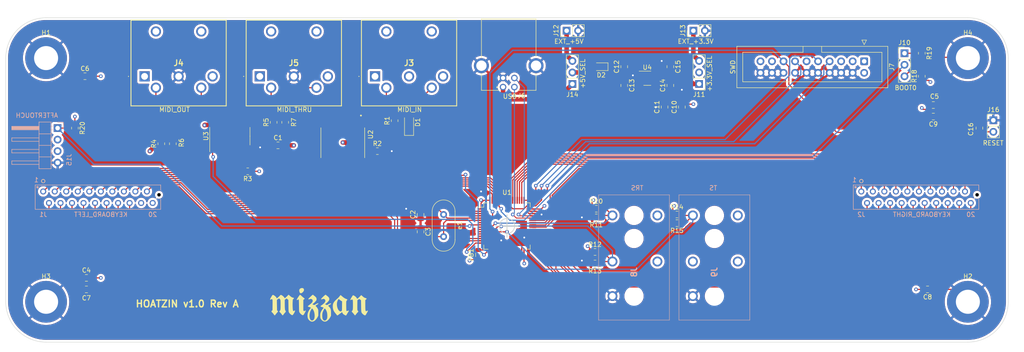
<source format=kicad_pcb>
(kicad_pcb (version 20211014) (generator pcbnew)
  (layers (0 "F.Cu" signal) (1 "In1.Cu" power) (2 "In2.Cu" power) (31 "B.Cu" signal) (34 "B.Paste" user) (35 "F.Paste" user) (36 "B.SilkS" user "B.Silkscreen") (37 "F.SilkS" user "F.Silkscreen") (38 "B.Mask" user) (39 "F.Mask" user) (44 "Edge.Cuts" user))
  (net 0 "")
  (net 3 "K_R_T7")
  (net 4 "K_R_T6")
  (net 5 "K_R_T5")
  (net 6 "K_R_T4")
  (net 7 "K_R_T3")
  (net 8 "K_R_T2")
  (net 9 "K_R_T1")
  (net 10 "K_R_T0")
  (net 11 "K_R_MK5")
  (net 12 "K_R_MK8")
  (net 13 "K_R_MK7")
  (net 14 "K_R_MK6")
  (net 15 "K_R_MK10")
  (net 16 "K_R_MK9")
  (net 17 "K_R_BR5")
  (net 18 "K_R_BR6")
  (net 19 "K_R_BR7")
  (net 20 "K_R_BR8")
  (net 21 "K_R_BR10")
  (net 22 "K_R_BR9")
  (net 23 "K_L_MK0")
  (net 24 "K_L_T0")
  (net 25 "K_L_BR0")
  (net 26 "K_L_T1")
  (net 27 "K_L_MK1")
  (net 28 "K_L_T2")
  (net 29 "K_L_BR1")
  (net 30 "K_L_T3")
  (net 31 "K_L_T4")
  (net 32 "K_L_BR2")
  (net 33 "K_L_T5")
  (net 34 "K_L_MK3")
  (net 35 "K_L_T6")
  (net 36 "K_L_BR3")
  (net 37 "K_L_T7")
  (net 38 "K_L_MK4")
  (net 39 "K_L_BR4")
  (net 40 "K_L_MK2")
  (net 41 "GND")
  (net 42 "+5V")
  (net 43 "Net-(D1-Pad1)")
  (net 44 "Net-(D1-Pad2)")
  (net 48 "Net-(J3-Pad4)")
  (net 51 "Net-(J4-Pad4)")
  (net 52 "Net-(J4-Pad5)")
  (net 55 "Net-(J5-Pad4)")
  (net 56 "Net-(J5-Pad5)")
  (net 57 "USB_VBUS")
  (net 60 "JTMS_SWDIO")
  (net 61 "JTCK_SWCLK")
  (net 63 "JTDO_SWO")
  (net 64 "NRST")
  (net 67 "TRS1_R")
  (net 68 "TRS1_T")
  (net 71 "TRS2_T")
  (net 74 "Net-(R2-Pad1)")
  (net 75 "+3V3")
  (net 76 "MIDI_UART_RX")
  (net 77 "Net-(R6-Pad1)")
  (net 78 "Net-(R7-Pad1)")
  (net 79 "USB_OTG_FS_D+")
  (net 80 "USB_OTG_FS_D-")
  (net 83 "MIDI_UART_TX")
  (net 84 "Net-(U3-Pad2)")
  (net 85 "Net-(U3-Pad6)")
  (net 90 "Net-(C2-Pad2)")
  (net 91 "Net-(C3-Pad2)")
  (net 92 "Net-(C12-Pad2)")
  (net 93 "Net-(C14-Pad2)")
  (net 94 "3.3V_REG")
  (net 95 "Net-(FB1-Pad2)")
  (net 97 "Net-(J10-Pad1)")
  (net 98 "BOOT0")
  (net 99 "Net-(J10-Pad3)")
  (net 100 "3.3V_EXT")
  (net 101 "5V_EXT")
  (net 102 "Aftertouch")
  (footprint "Capacitor_SMD:C_0805_2012Metric" (layer "F.Cu") (at 236.22 72.39 180)
    (fp_text reference "C9")
    (fp_text value "100nF")
  )
  (footprint "Connector_PinHeader_2.54mm:PinHeader_1x03_P2.54mm_Vertical" (layer "F.Cu") (at 184.597 65.197 180)
    (fp_text reference "J11")
    (fp_text value "Conn_01x03_Male")
  )
  (footprint "Resistor_SMD:R_0805_2012Metric" (layer "F.Cu") (at 179.705 95.885 180)
    (fp_text reference "R15")
    (fp_text value "1000")
  )
  (footprint "Resistor_SMD:R_0805_2012Metric" (layer "F.Cu") (at 113.665 80.01)
    (fp_text reference "R2")
    (fp_text value "1800")
  )
  (footprint "Capacitor_SMD:C_0805_2012Metric" (layer "F.Cu") (at 178.247 61.402 -90)
    (fp_text reference "C15")
    (fp_text value "1uF")
  )
  (footprint "Resistor_SMD:R_0805_2012Metric" (layer "F.Cu") (at 68.58 78.3825 90)
    (fp_text reference "R6")
    (fp_text value "220")
  )
  (footprint "Capacitor_SMD:C_0805_2012Metric" (layer "F.Cu") (at 234.95 110.49 180)
    (fp_text reference "C8")
    (fp_text value "100nF")
  )
  (footprint "MountingHole:MountingHole_5.3mm_M5_DIN965_Pad" (layer "F.Cu") (at 40.64 113.22)
    (fp_text reference "H3")
    (fp_text value "MountingHole_Pad")
  )
  (footprint "Connector_IDC:IDC-Header_2x10_P2.54mm_Vertical" (layer "F.Cu") (at 220.98 60.2075 -90)
    (fp_text reference "J7")
    (fp_text value "0702462004")
  )
  (footprint "Capacitor_SMD:C_0805_2012Metric" (layer "F.Cu") (at 176.977 70.292 90)
    (fp_text reference "C11")
    (fp_text value "10uF")
  )
  (footprint "footprints:mizzan_logo" (layer "F.Cu") (at 100.7872 114.8588)
    (fp_text reference "G***")
    (fp_text value "LOGO" hide)
  )
  (footprint "Crystal:Crystal_HC49-U_Vertical" (layer "F.Cu") (at 128.27 93.979998 -90)
    (fp_text reference "e1")
    (fp_text value "9B-16.000MAAE-B")
  )
  (footprint "Capacitor_SMD:C_0805_2012Metric" (layer "F.Cu") (at 168.087 61.402 90)
    (fp_text reference "C12")
    (fp_text value "1uF_X5R")
  )
  (footprint "Capacitor_SMD:C_0805_2012Metric" (layer "F.Cu") (at 168.087 65.532 -90)
    (fp_text reference "C13")
    (fp_text value "100nF")
  )
  (footprint "footprints:6710501" (layer "F.Cu") (at 62.35 63.529 180)
    (fp_text reference "J4")
    (fp_text value "671-0501" hide)
  )
  (footprint "Capacitor_SMD:C_0805_2012Metric" (layer "F.Cu") (at 180.787 70.292 90)
    (fp_text reference "C10")
    (fp_text value "1uF")
  )
  (footprint "Resistor_SMD:R_0805_2012Metric" (layer "F.Cu") (at 90.805 73.66 90)
    (fp_text reference "R5")
    (fp_text value "220")
  )
  (footprint "Connector_PinHeader_2.54mm:PinHeader_1x02_P2.54mm_Vertical" (layer "F.Cu") (at 249.45 73.21)
    (fp_text reference "J16")
    (fp_text value "Conn_01x02_Male")
  )
  (footprint "Diode_SMD:D_SOD-323" (layer "F.Cu") (at 163.007 61.402 180)
    (fp_text reference "D2")
    (fp_text value "BAT60AE6327H")
  )
  (footprint "Resistor_SMD:R_0805_2012Metric" (layer "F.Cu") (at 233.68 63.5 90)
    (fp_text reference "R18")
    (fp_text value "10K")
  )
  (footprint "MountingHole:MountingHole_5.3mm_M5_DIN965_Pad" (layer "F.Cu") (at 40.64 59.5)
    (fp_text reference "H1")
    (fp_text value "MountingHole_Pad")
  )
  (footprint "Package_QFP:LQFP-64_10x10mm_P0.5mm" (layer "F.Cu") (at 142.24 96.52)
    (fp_text reference "U1")
    (fp_text value "STM32L476RGT6")
  )
  (footprint "Connector_PinHeader_2.54mm:PinHeader_1x03_P2.54mm_Vertical" (layer "F.Cu") (at 229.87 58.435)
    (fp_text reference "J10")
    (fp_text value "Conn_01x03_Male")
  )
  (footprint "Package_TO_SOT_SMD:SOT-23-5" (layer "F.Cu") (at 173.167 63.942)
    (fp_text reference "U4")
    (fp_text value "LD3985M33R_SOT23")
  )
  (footprint "Capacitor_SMD:C_0805_2012Metric" (layer "F.Cu") (at 246.38 74.93 -90)
    (fp_text reference "C16")
    (fp_text value "100nF")
  )
  (footprint "MountingHole:MountingHole_5.3mm_M5_DIN965_Pad" (layer "F.Cu") (at 243.84 113.22)
    (fp_text reference "H2")
    (fp_text value "MountingHole_Pad")
  )
  (footprint "Connector_PinHeader_2.54mm:PinHeader_1x03_P2.54mm_Vertical" (layer "F.Cu") (at 156.657 65.212 180)
    (fp_text reference "J14")
    (fp_text value "Conn_01x03_Male")
  )
  (footprint "Diode_SMD:D_SOD-123" (layer "F.Cu") (at 120.65 74.295 90)
    (fp_text reference "D1")
    (fp_text value "1N4148W")
  )
  (footprint "Connector_PinHeader_2.54mm:PinHeader_1x02_P2.54mm_Vertical" (layer "F.Cu") (at 183.327 53.462 90)
    (fp_text reference "J13")
    (fp_text value "Conn_01x02_Male")
  )
  (footprint "Resistor_SMD:R_0805_2012Metric" (layer "F.Cu") (at 93.345 73.66 90)
    (fp_text reference "R7")
    (fp_text value "220")
  )
  (footprint "Resistor_SMD:R_0805_2012Metric" (layer "F.Cu") (at 85.09 84.455 180)
    (fp_text reference "R3")
    (fp_text value "470")
  )
  (footprint "Capacitor_SMD:C_0805_2012Metric" (layer "F.Cu") (at 236.22 69.85 180)
    (fp_text reference "C5")
    (fp_text value "10nF")
  )
  (footprint "Resistor_SMD:R_0805_2012Metric" (layer "F.Cu") (at 161.6475 104.775 180)
    (fp_text reference "R13")
    (fp_text value "1000")
  )
  (footprint "Resistor_SMD:R_0805_2012Metric" (layer "F.Cu") (at 117.475 73.3025 90)
    (fp_text reference "R1")
    (fp_text value "220")
  )
  (footprint "Capacitor_SMD:C_0805_2012Metric" (layer "F.Cu") (at 49.53 110.49)
    (fp_text reference "C7")
    (fp_text value "100nF")
  )
  (footprint "Resistor_SMD:R_0805_2012Metric" (layer "F.Cu") (at 161.925 92.71)
    (fp_text reference "R10")
    (fp_text value "1000")
  )
  (footprint "MountingHole:MountingHole_5.3mm_M5_DIN965_Pad" (layer "F.Cu") (at 243.84 59.5)
    (fp_text reference "H4")
    (fp_text value "MountingHole_Pad")
  )
  (footprint "Resistor_SMD:R_0805_2012Metric" (layer "F.Cu") (at 161.925 94.615 180)
    (fp_text reference "R11")
    (fp_text value "1000")
  )
  (footprint "Capacitor_SMD:C_0805_2012Metric" (layer "F.Cu") (at 178.247 65.532 90)
    (fp_text reference "C14")
    (fp_text value "10nF_X7R")
  )
  (footprint "Resistor_SMD:R_0805_2012Metric" (layer "F.Cu") (at 233.68 58.42 -90)
    (fp_text reference "R19")
    (fp_text value "10K")
  )
  (footprint "Inductor_SMD:L_0805_2012Metric" (layer "F.Cu") (at 135.89 102.87 90)
    (fp_text reference "FB1")
    (fp_text value "GZ2012D601TF")
  )
  (footprint "Resistor_SMD:R_0805_2012Metric" (layer "F.Cu") (at 161.6475 102.235)
    (fp_text reference "R12")
    (fp_text value "1000")
  )
  (footprint "Resistor_SMD:R_0805_2012Metric" (layer "F.Cu") (at 66.04 78.3825 90)
    (fp_text reference "R4")
    (fp_text value "220")
  )
  (footprint "Capacitor_SMD:C_0805_2012Metric" (layer "F.Cu") (at 49.53 107.95)
    (fp_text reference "C4")
    (fp_text value "10nF")
  )
  (footprint "Package_SO:SOIC-14_3.9x8.7mm_P1.27mm" (layer "F.Cu") (at 81.153 76.708 90)
    (fp_text reference "U3")
    (fp_text value "SN74LS14D")
  )
  (footprint "footprints:6710501" (layer "F.Cu") (at 113.15 63.529 180)
    (fp_text reference "J3")
    (fp_text value "671-0501" hide)
  )
  (footprint "Connector_PinHeader_2.54mm:PinHeader_1x02_P2.54mm_Vertical" (layer "F.Cu") (at 155.387 53.462 90)
    (fp_text reference "J12")
    (fp_text value "Conn_01x02_Male")
  )
  (footprint "Resistor_SMD:R_0805_2012Metric" (layer "F.Cu") (at 179.705 93.98)
    (fp_text reference "R14")
    (fp_text value "1000")
  )
  (footprint "Capacitor_SMD:C_0805_2012Metric" (layer "F.Cu") (at 123.189998 93.98 90)
    (fp_text reference "C2")
    (fp_text value "20pF")
  )
  (footprint "Capacitor_SMD:C_0805_2012Metric" (layer "F.Cu") (at 49.21 63.5)
    (fp_text reference "C6")
    (fp_text value "100nF")
  )
  (footprint "Capacitor_SMD:C_0805_2012Metric" (layer "F.Cu") (at 123.189998 97.79 -90)
    (fp_text reference "C3")
    (fp_text value "20pF")
  )
  (footprint "footprints:6N139SDM" (layer "F.Cu") (at 106.045 78.165 -90)
    (fp_text reference "U2")
    (fp_text value "6N139")
  )
  (footprint "Capacitor_SMD:C_0805_2012Metric" (layer "F.Cu") (at 91.76 78.74)
    (fp_text reference "C1")
    (fp_text value "1uF")
  )
  (footprint "footprints:TE_292304-1" (layer "F.Cu") (at 142.621 61.176 180)
    (fp_text reference "J6")
    (fp_text value "292304-1")
  )
  (footprint "footprints:6710501" (layer "F.Cu") (at 87.75 63.529 180)
    (fp_text reference "J5")
    (fp_text value "671-0501" hide)
  )
  (footprint "Resistor_SMD:R_0805_2012Metric" (layer "F.Cu") (at 46.99 74.93 -90)
    (fp_text reference "R20")
    (fp_text value "1000")
  )
  (footprint "footprints:2-215079-0" (layer "B.Cu") (at 220.345 88.9)
    (fp_text reference "J2")
    (fp_text value "CONN_2-215079-0_TYC")
  )
  (footprint "footprints:SN37A14B" (layer "B.Cu") (at 187.96 111.963 -90)
    (fp_text reference "J9")
    (fp_text value "SN37A14B" hide)
  )
  (footprint "footprints:SN37A14B" (layer "B.Cu") (at 170.24 111.963 -90)
    (fp_text reference "J8")
    (fp_text value "SN37A14B" hide)
  )
  (footprint "Connector_PinHeader_2.54mm:PinHeader_1x04_P2.54mm_Horizontal" (layer "B.Cu") (at 43.18 74.93 180)
    (fp_text reference "J15")
    (fp_text value "Conn_01x04_Male")
  )
  (footprint "footprints:2-215079-0" (layer "B.Cu") (at 40.005 88.9)
    (fp_text reference "J1")
    (fp_text value "CONN_2-215079-0_TYC")
  )
  (gr_arc (start 243.84 50.61) (mid 250.126179 53.213821) (end 252.73 59.5) (layer "Edge.Cuts") (width 0.1))
  (gr_arc (start 252.73 113.22) (mid 250.126179 119.506179) (end 243.84 122.11) (layer "Edge.Cuts") (width 0.1))
  (gr_line (start 243.84 50.61) (end 40.64 50.61) (layer "Edge.Cuts") (width 0.1))
  (gr_arc (start 31.75 59.5) (mid 34.353821 53.213821) (end 40.64 50.61) (layer "Edge.Cuts") (width 0.1))
  (gr_line (start 243.84 122.11) (end 40.64 122.11) (layer "Edge.Cuts") (width 0.1))
  (gr_line (start 31.75 113.22) (end 31.75 59.5) (layer "Edge.Cuts") (width 0.1))
  (gr_arc (start 40.64 122.11) (mid 34.353821 119.506179) (end 31.75 113.22) (layer "Edge.Cuts") (width 0.1))
  (gr_line (start 252.73 59.5) (end 252.73 113.22) (layer "Edge.Cuts") (width 0.1))
  (gr_text "KEYBOARD_LEFT" (at 52.705 93.98) (layer "B.SilkS") (effects (font (size 1 1)) (justify mirror)))
  (gr_text "TRS" (at 170.942 88.138) (layer "B.SilkS") (effects (font (size 1 1)) (justify mirror)))
  (gr_text "AFTERTOUCH" (at 38.608 72.136) (layer "B.SilkS") (effects (font (size 1 1)) (justify mirror)))
  (gr_text "KEYBOARD_RIGHT" (at 233.68 93.98) (layer "B.SilkS") (effects (font (size 1 1)) (justify mirror)))
  (gr_text "TS" (at 187.706 88.138) (layer "B.SilkS") (effects (font (size 1 1)) (justify mirror)))
  (gr_text "EXT_+3.3V" (at 183.835 55.814) (layer "F.SilkS") (effects (font (size 1 1))))
  (gr_text "MIDI_OUT" (at 68.954 70.866) (layer "F.SilkS") (effects (font (size 1 1))))
  (gr_text "+3.3V_SEL" (at 186.883 62.926 90) (layer "F.SilkS") (effects (font (size 1 1))))
  (gr_text "MIDI_THRU" (at 95.37 70.866) (layer "F.SilkS") (effects (font (size 1 1))))
  (gr_text "MIDI_IN" (at 120.77 70.866) (layer "F.SilkS") (effects (font (size 1 1))))
  (gr_text "BOOT0" (at 230.124 66.04) (layer "F.SilkS") (effects (font (size 1 1))))
  (gr_text "+5V_SEL" (at 158.943 62.926 90) (layer "F.SilkS") (effects (font (size 1 1))))
  (gr_text "HOATZIN v1.0 Rev A" (at 71.755 113.665) (layer "F.SilkS") (effects (font (size 1.5 1.5) (thickness 0.3))))
  (gr_text "RESET" (at 249.428 78.232) (layer "F.SilkS") (effects (font (size 1 1))))
  (gr_text "SWD" (at 192.024 61.468 90) (layer "F.SilkS") (effects (font (size 1 1))))
  (gr_text "USB" (at 142.875 67.945) (layer "F.SilkS") (effects (font (size 1 1))))
  (gr_text "EXT_+5V" (at 155.895 55.814) (layer "F.SilkS") (effects (font (size 1 1))))
  (target plus (at 142.24 96.52) (size 5) (width 0.1) (layer "Edge.Cuts"))
  (target plus (at 142.24 96.52) (size 5) (width 0.1) (layer "Edge.Cuts"))
  (target plus (at 142.24 96.52) (size 5) (width 0.1) (layer "Edge.Cuts"))
  (segment (start 216.162604 114.67096) (end 230.767606 100.06596) (width 0.25) (layer "F.Cu") (net 3))
  (segment (start 152.772396 114.67096) (end 216.162604 114.67096) (width 0.25) (layer "F.Cu") (net 3))
  (segment (start 230.767606 100.06596) (end 235.84904 100.06596) (width 0.25) (layer "F.Cu") (net 3))
  (segment (start 239.395 96.52) (end 239.395 91.44) (width 0.25) (layer "F.Cu") (net 3))
  (segment (start 144.99 106.888564) (end 152.772396 114.67096) (width 0.25) (layer "F.Cu") (net 3))
  (segment (start 144.99 102.195) (end 144.99 106.888564) (width 0.25) (layer "F.Cu") (net 3))
  (segment (start 235.84904 100.06596) (end 239.395 96.52) (width 0.25) (layer "F.Cu") (net 3))
  (segment (start 162.56 111.76) (end 164.357121 109.962879) (width 0.25) (layer "F.Cu") (net 4))
  (segment (start 230.581409 99.61644) (end 233.68 99.61644) (width 0.25) (layer "F.Cu") (net 4))
  (segment (start 236.855 96.44144) (end 236.855 91.44) (width 0.25) (layer "F.Cu") (net 4))
  (segment (start 220.234968 109.962879) (end 230.581409 99.61644) (width 0.25) (layer "F.Cu") (net 4))
  (segment (start 164.357121 109.962879) (end 220.234968 109.962879) (width 0.25) (layer "F.Cu") (net 4))
  (segment (start 157.48 111.76) (end 162.56 111.76) (width 0.25) (layer "F.Cu") (net 4))
  (segment (start 233.68 99.61644) (end 236.855 96.44144) (width 0.25) (layer "F.Cu") (net 4))
  (segment (start 147.915 102.195) (end 157.48 111.76) (width 0.25) (layer "F.Cu") (net 4))
  (segment (start 147.915 100.27) (end 147.915 102.195) (width 0.25) (layer "F.Cu") (net 4))
  (segment (start 149.3 99.77) (end 151.130359 101.600359) (width 0.25) (layer "F.Cu") (net 5))
  (segment (start 162.373802 111.31048) (end 164.170924 109.513359) (width 0.25) (layer "F.Cu") (net 5))
  (segment (start 157.666198 111.31048) (end 162.373802 111.31048) (width 0.25) (layer "F.Cu") (net 5))
  (segment (start 234.315 97.155) (end 234.315 91.44) (width 0.25) (layer "F.Cu") (net 5))
  (segment (start 220.04877 109.513359) (end 230.502129 99.06) (width 0.25) (layer "F.Cu") (net 5))
  (segment (start 164.170924 109.513359) (end 220.04877 109.513359) (width 0.25) (layer "F.Cu") (net 5))
  (segment (start 232.41 99.06) (end 234.315 97.155) (width 0.25) (layer "F.Cu") (net 5))
  (segment (start 147.915 99.77) (end 149.3 99.77) (width 0.25) (layer "F.Cu") (net 5))
  (segment (start 151.130359 101.600359) (end 151.130359 104.774641) (width 0.25) (layer "F.Cu") (net 5))
  (segment (start 151.130359 104.774641) (end 157.666198 111.31048) (width 0.25) (layer "F.Cu") (net 5))
  (segment (start 230.502129 99.06) (end 232.41 99.06) (width 0.25) (layer "F.Cu") (net 5))
  (segment (start 157.852396 110.86096) (end 162.187604 110.86096) (width 0.25) (layer "F.Cu") (net 6))
  (segment (start 153.035 106.043564) (end 157.852396 110.86096) (width 0.25) (layer "F.Cu") (net 6))
  (segment (start 153.035 101.6) (end 153.035 106.043564) (width 0.25) (layer "F.Cu") (net 6))
  (segment (start 162.187604 110.86096) (end 163.984726 109.063839) (width 0.25) (layer "F.Cu") (net 6))
  (segment (start 219.862572 109.063839) (end 231.775 97.151411) (width 0.25) (layer "F.Cu") (net 6))
  (segment (start 147.915 99.27) (end 150.705 99.27) (width 0.25) (layer "F.Cu") (net 6))
  (segment (start 163.984726 109.063839) (end 219.862572 109.063839) (width 0.25) (layer "F.Cu") (net 6))
  (segment (start 150.705 99.27) (end 153.035 101.6) (width 0.25) (layer "F.Cu") (net 6))
  (segment (start 231.775 97.151411) (end 231.775 91.44) (width 0.25) (layer "F.Cu") (net 6))
  (segment (start 219.075 108.585) (end 229.235 98.425) (width 0.25) (layer "F.Cu") (net 7))
  (segment (start 150.840718 98.77) (end 153.48452 101.413803) (width 0.25) (layer "F.Cu") (net 7))
  (segment (start 147.915 98.77) (end 150.840718 98.77) (width 0.25) (layer "F.Cu") (net 7))
  (segment (start 157.29452 108.585) (end 219.075 108.585) (width 0.25) (layer "F.Cu") (net 7))
  (segment (start 153.48452 104.775) (end 157.29452 108.585) (width 0.25) (layer "F.Cu") (net 7))
  (segment (start 153.48452 101.413803) (end 153.48452 104.775) (width 0.25) (layer "F.Cu") (net 7))
  (segment (start 229.235 98.425) (end 229.235 91.44) (width 0.25) (layer "F.Cu") (net 7))
  (segment (start 218.888802 108.13548) (end 157.480718 108.13548) (width 0.25) (layer "F.Cu") (net 8))
  (segment (start 154.530119 101.823685) (end 150.976436 98.27) (width 0.25) (layer "F.Cu") (net 8))
  (segment (start 226.695 100.329282) (end 218.888802 108.13548) (width 0.25) (layer "F.Cu") (net 8))
  (segment (start 157.480718 108.13548) (end 154.530119 105.184881) (width 0.25) (layer "F.Cu") (net 8))
  (segment (start 154.530119 105.184881) (end 154.530119 101.823685) (width 0.25) (layer "F.Cu") (net 8))
  (segment (start 226.695 91.44) (end 226.695 100.329282) (width 0.25) (layer "F.Cu") (net 8))
  (segment (start 150.976436 98.27) (end 147.915 98.27) (width 0.25) (layer "F.Cu") (net 8))
  (segment (start 151.112153 97.77) (end 155.575 102.232848) (width 0.25) (layer "F.Cu") (net 9))
  (segment (start 147.915 97.77) (end 151.112153 97.77) (width 0.25) (layer "F.Cu") (net 9))
  (segment (start 155.575 105.41) (end 157.85096 107.68596) (width 0.25) (layer "F.Cu") (net 9))
  (segment (start 218.702604 107.68596) (end 224.155 102.233564) (width 0.25) (layer "F.Cu") (net 9))
  (segment (start 155.575 102.232848) (end 155.575 105.41) (width 0.25) (layer "F.Cu") (net 9))
  (segment (start 224.155 102.233564) (end 224.155 91.44) (width 0.25) (layer "F.Cu") (net 9))
  (segment (start 157.85096 107.68596) (end 218.702604 107.68596) (width 0.25) (layer "F.Cu") (net 9))
  (segment (start 151.88 97.27) (end 147.915 97.27) (width 0.25) (layer "F.Cu") (net 10))
  (segment (start 158.75 107.23644) (end 156.21 104.69644) (width 0.25) (layer "F.Cu") (net 10))
  (segment (start 156.21 104.69644) (end 156.21 101.6) (width 0.25) (layer "F.Cu") (net 10))
  (segment (start 221.615 104.137846) (end 218.516406 107.23644) (width 0.25) (layer "F.Cu") (net 10))
  (segment (start 156.21 101.6) (end 151.88 97.27) (width 0.25) (layer "F.Cu") (net 10))
  (segment (start 218.516406 107.23644) (end 158.75 107.23644) (width 0.25) (layer "F.Cu") (net 10))
  (segment (start 221.615 91.44) (end 221.615 104.137846) (width 0.25) (layer "F.Cu") (net 10))
  (segment (start 220.345 85.725) (end 220.345 88.9) (width 0.25) (layer "F.Cu") (net 11))
  (segment (start 219.339399 84.719399) (end 220.345 85.725) (width 0.25) (layer "F.Cu") (net 11))
  (segment (start 150.882153 96.77) (end 153.11356 94.538593) (width 0.25) (layer "F.Cu") (net 11))
  (segment (start 153.11356 94.538593) (end 153.11356 90.093594) (width 0.25) (layer "F.Cu") (net 11))
  (segment (start 158.487755 84.719399) (end 219.339399 84.719399) (width 0.25) (layer "F.Cu") (net 11))
  (segment (start 147.915 96.77) (end 150.882153 96.77) (width 0.25) (layer "F.Cu") (net 11))
  (segment (start 153.11356 90.093594) (end 158.487755 84.719399) (width 0.25) (layer "F.Cu") (net 11))
  (segment (start 235.585 83.82) (end 235.585 88.9) (width 0.25) (layer "F.Cu") (net 12))
  (segment (start 144.49 86.652154) (end 149.148594 81.99356) (width 0.25) (layer "F.Cu") (net 12))
  (segment (start 233.75856 81.99356) (end 235.585 83.82) (width 0.25) (layer "F.Cu") (net 12))
  (segment (start 149.148594 81.99356) (end 233.75856 81.99356) (width 0.25) (layer "F.Cu") (net 12))
  (segment (start 144.49 90.845) (end 144.49 86.652154) (width 0.25) (layer "F.Cu") (net 12))
  (segment (start 145.49 86.92359) (end 149.52099 82.8926) (width 0.25) (layer "F.Cu") (net 13))
  (segment (start 149.52099 82.8926) (end 228.9426 82.8926) (width 0.25) (layer "F.Cu") (net 13))
  (segment (start 228.9426 82.8926) (end 230.505 84.455) (width 0.25) (layer "F.Cu") (net 13))
  (segment (start 230.505 84.455) (end 230.505 88.9) (width 0.25) (layer "F.Cu") (net 13))
  (segment (start 145.49 90.845) (end 145.49 86.92359) (width 0.25) (layer "F.Cu") (net 13))
  (segment (start 152.21452 89.721198) (end 158.115359 83.820359) (width 0.25) (layer "F.Cu") (net 14))
  (segment (start 147.915 95.77) (end 150.610717 95.77) (width 0.25) (layer "F.Cu") (net 14))
  (segment (start 150.610717 95.77) (end 152.21452 94.166197) (width 0.25) (layer "F.Cu") (net 14))
  (segment (start 158.115359 83.820359) (end 223.520359 83.820359) (width 0.25) (layer "F.Cu") (net 14))
  (segment (start 225.425 85.725) (end 225.425 88.9) (width 0.25) (layer "F.Cu") (net 14))
  (segment (start 223.520359 83.820359) (end 225.425 85.725) (width 0.25) (layer "F.Cu") (net 14))
  (segment (start 152.21452 94.166197) (end 152.21452 89.721198) (width 0.25) (layer "F.Cu") (net 14))
  (segment (start 216.535 115.57) (end 231.14 100.965) (width 0.25) (layer "F.Cu") (net 15))
  (segment (start 152.4 115.57) (end 216.535 115.57) (width 0.25) (layer "F.Cu") (net 15))
  (segment (start 244.475 97.79) (end 244.475 91.44) (width 0.25) (layer "F.Cu") (net 15))
  (segment (start 241.3 100.965) (end 244.475 97.79) (width 0.25) (layer "F.Cu") (net 15))
  (segment (start 143.99 107.16) (end 152.4 115.57) (width 0.25) (layer "F.Cu") (net 15))
  (segment (start 143.99 102.195) (end 143.99 107.16) (width 0.25) (layer "F.Cu") (net 15))
  (segment (start 231.14 100.965) (end 241.3 100.965) (width 0.25) (layer "F.Cu") (net 15))
  (segment (start 240.665 88.9) (end 240.665 82.550718) (width 0.25) (layer "F.Cu") (net 16))
  (segment (start 148.776198 81.09452) (end 143.51 86.360718) (width 0.25) (layer "F.Cu") (net 16))
  (segment (start 239.208802 81.09452) (end 148.776198 81.09452) (width 0.25) (layer "F.Cu") (net 16))
  (segment (start 143.51 86.360718) (end 143.51 90.825) (width 0.25) (layer "F.Cu") (net 16))
  (segment (start 143.51 90.825) (end 143.49 90.845) (width 0.25) (layer "F.Cu") (net 16))
  (segment (start 240.665 82.550718) (end 239.208802 81.09452) (width 0.25) (layer "F.Cu") (net 16))
  (segment (start 221.429879 84.269879) (end 158.301557 84.269879) (width 0.25) (layer "F.Cu") (net 17))
  (segment (start 150.720955 96.29548) (end 147.94048 96.29548) (width 0.25) (layer "F.Cu") (net 17))
  (segment (start 222.885 88.9) (end 222.885 85.725) (width 0.25) (layer "F.Cu") (net 17))
  (segment (start 147.94048 96.29548) (end 147.915 96.27) (width 0.25) (layer "F.Cu") (net 17))
  (segment (start 152.66404 89.907396) (end 152.66404 94.352395) (width 0.25) (layer "F.Cu") (net 17))
  (segment (start 152.66404 94.352395) (end 150.720955 96.29548) (width 0.25) (layer "F.Cu") (net 17))
  (segment (start 222.885 85.725) (end 221.429879 84.269879) (width 0.25) (layer "F.Cu") (net 17))
  (segment (start 158.301557 84.269879) (end 152.66404 89.907396) (width 0.25) (layer "F.Cu") (net 17))
  (segment (start 227.965 88.9) (end 227.965 84.455) (width 0.25) (layer "F.Cu") (net 18))
  (segment (start 151.765 93.98) (end 150.475 95.27) (width 0.25) (layer "F.Cu") (net 18))
  (segment (start 157.95788 83.34212) (end 151.765 89.535) (width 0.25) (layer "F.Cu") (net 18))
  (segment (start 151.765 89.535) (end 151.765 93.98) (width 0.25) (layer "F.Cu") (net 18))
  (segment (start 227.965 84.455) (end 226.85212 83.34212) (width 0.25) (layer "F.Cu") (net 18))
  (segment (start 226.85212 83.34212) (end 157.95788 83.34212) (width 0.25) (layer "F.Cu") (net 18))
  (segment (start 150.475 95.27) (end 147.915 95.27) (width 0.25) (layer "F.Cu") (net 18))
  (segment (start 149.334792 82.44308) (end 144.99 86.787872) (width 0.25) (layer "F.Cu") (net 19))
  (segment (start 231.03308 82.44308) (end 149.334792 82.44308) (width 0.25) (layer "F.Cu") (net 19))
  (segment (start 144.99 86.787872) (end 144.99 90.845) (width 0.25) (layer "F.Cu") (net 19))
  (segment (start 233.045 88.9) (end 233.045 84.455) (width 0.25) (layer "F.Cu") (net 19))
  (segment (start 233.045 84.455) (end 231.03308 82.44308) (width 0.25) (layer "F.Cu") (net 19))
  (segment (start 143.99 86.516436) (end 143.99 90.845) (width 0.25) (layer "F.Cu") (net 20))
  (segment (start 237.11904 81.54404) (end 148.962396 81.54404) (width 0.25) (layer "F.Cu") (net 20))
  (segment (start 238.125 82.55) (end 237.11904 81.54404) (width 0.25) (layer "F.Cu") (net 20))
  (segment (start 148.962396 81.54404) (end 143.99 86.516436) (width 0.25) (layer "F.Cu") (net 20))
  (segment (start 238.125 88.9) (end 238.125 82.55) (width 0.25) (layer "F.Cu") (net 20))
  (segment (start 216.348802 115.12048) (end 152.586198 115.12048) (width 0.25) (layer "F.Cu") (net 21))
  (segment (start 144.49 107.024282) (end 144.49 102.195) (width 0.25) (layer "F.Cu") (net 21))
  (segment (start 241.935 99.694282) (end 241.113802 100.51548) (width 0.25) (layer "F.Cu") (net 21))
  (segment (start 241.935 91.44) (end 241.935 99.694282) (width 0.25) (layer "F.Cu") (net 21))
  (segment (start 216.348802 115.12048) (end 230.953803 100.51548) (width 0.25) (layer "F.Cu") (net 21))
  (segment (start 241.113802 100.51548) (end 230.953803 100.51548) (width 0.25) (layer "F.Cu") (net 21))
  (segment (start 152.586198 115.12048) (end 144.49 107.024282) (width 0.25) (layer "F.Cu") (net 21))
  (segment (start 142.49 86.745) (end 148.59 80.645) (width 0.25) (layer "F.Cu") (net 22))
  (segment (start 243.205 84.455) (end 243.205 88.9) (width 0.25) (layer "F.Cu") (net 22))
  (segment (start 239.395 80.645) (end 243.205 84.455) (width 0.25) (layer "F.Cu") (net 22))
  (segment (start 142.49 90.845) (end 142.49 86.745) (width 0.25) (layer "F.Cu") (net 22))
  (segment (start 148.59 80.645) (end 239.395 80.645) (width 0.25) (layer "F.Cu") (net 22))
  (segment (start 138.616198 85.91048) (end 141.99 89.284282) (width 0.25) (layer "F.Cu") (net 23))
  (segment (start 40.005 88.9) (end 45.085 83.82) (width 0.25) (layer "F.Cu") (net 23))
  (segment (start 119.193803 85.91048) (end 138.616198 85.91048) (width 0.25) (layer "F.Cu") (net 23))
  (segment (start 141.99 89.284282) (end 141.99 90.845) (width 0.25) (layer "F.Cu") (net 23))
  (segment (start 45.085 83.82) (end 71.755717 83.82) (width 0.25) (layer "F.Cu") (net 23))
  (segment (start 115.383802 89.72048) (end 119.193803 85.91048) (width 0.25) (layer "F.Cu") (net 23))
  (segment (start 71.755717 83.82) (end 77.656198 89.72048) (width 0.25) (layer "F.Cu") (net 23))
  (segment (start 77.656198 89.72048) (end 115.383802 89.72048) (width 0.25) (layer "F.Cu") (net 23))
  (segment (start 41.275 95.885) (end 41.275 91.44) (width 0.25) (layer "F.Cu") (net 24))
  (segment (start 45.085 99.695) (end 41.275 95.885) (width 0.25) (layer "F.Cu") (net 24))
  (segment (start 143.51 102.215) (end 143.51 106.68) (width 0.25) (layer "F.Cu") (net 24))
  (segment (start 49.53 99.695) (end 45.085 99.695) (width 0.25) (layer "F.Cu") (net 24))
  (segment (start 140.97 109.22) (end 59.055 109.22) (width 0.25) (layer "F.Cu") (net 24))
  (segment (start 143.49 102.195) (end 143.51 102.215) (width 0.25) (layer "F.Cu") (net 24))
  (segment (start 143.51 106.68) (end 140.97 109.22) (width 0.25) (layer "F.Cu") (net 24))
  (segment (start 59.055 109.22) (end 49.53 99.695) (width 0.25) (layer "F.Cu") (net 24))
  (segment (start 115.57 90.17) (end 119.38 86.36) (width 0.25) (layer "F.Cu") (net 25))
  (segment (start 119.38 86.36) (end 138.43 86.36) (width 0.25) (layer "F.Cu") (net 25))
  (segment (start 138.43 86.36) (end 141.49 89.42) (width 0.25) (layer "F.Cu") (net 25))
  (segment (start 77.47 90.17) (end 115.57 90.17) (width 0.25) (layer "F.Cu") (net 25))
  (segment (start 71.56952 84.26952) (end 77.47 90.17) (width 0.25) (layer "F.Cu") (net 25))
  (segment (start 42.545 88.9) (end 47.17548 84.26952) (width 0.25) (layer "F.Cu") (net 25))
  (segment (start 47.17548 84.26952) (end 71.56952 84.26952) (width 0.25) (layer "F.Cu") (net 25))
  (segment (start 141.49 89.42) (end 141.49 90.845) (width 0.25) (layer "F.Cu") (net 25))
  (segment (start 49.716197 99.24548) (end 59.241198 108.77048) (width 0.25) (layer "F.Cu") (net 26))
  (segment (start 43.815 97.789282) (end 45.271198 99.24548) (width 0.25) (layer "F.Cu") (net 26))
  (segment (start 142.99 106.564282) (end 142.99 102.195) (width 0.25) (layer "F.Cu") (net 26))
  (segment (start 43.815 91.44) (end 43.815 97.789282) (width 0.25) (layer "F.Cu") (net 26))
  (segment (start 59.241198 108.77048) (end 140.783802 108.77048) (width 0.25) (layer "F.Cu") (net 26))
  (segment (start 45.271198 99.24548) (end 49.716197 99.24548) (width 0.25) (layer "F.Cu") (net 26))
  (segment (start 140.783802 108.77048) (end 142.99 106.564282) (width 0.25) (layer "F.Cu") (net 26))
  (segment (start 49.26596 84.71904) (end 71.383322 84.71904) (width 0.25) (layer "F.Cu") (net 27))
  (segment (start 77.283803 90.61952) (end 115.756198 90.61952) (width 0.25) (layer "F.Cu") (net 27))
  (segment (start 140.97 89.535718) (end 140.97 90.825) (width 0.25) (layer "F.Cu") (net 27))
  (segment (start 119.566197 86.80952) (end 138.243802 86.80952) (width 0.25) (layer "F.Cu") (net 27))
  (segment (start 140.97 90.825) (end 140.99 90.845) (width 0.25) (layer "F.Cu") (net 27))
  (segment (start 115.756198 90.61952) (end 119.566197 86.80952) (width 0.25) (layer "F.Cu") (net 27))
  (segment (start 45.085 88.9) (end 49.26596 84.71904) (width 0.25) (layer "F.Cu") (net 27))
  (segment (start 71.383322 84.71904) (end 77.283803 90.61952) (width 0.25) (layer "F.Cu") (net 27))
  (segment (start 138.243802 86.80952) (end 140.97 89.535718) (width 0.25) (layer "F.Cu") (net 27))
  (segment (start 49.902395 98.79596) (end 47.625 98.79596) (width 0.25) (layer "F.Cu") (net 28))
  (segment (start 142.49 106.428564) (end 142.49 102.195) (width 0.25) (layer "F.Cu") (net 28))
  (segment (start 47.625 98.79596) (end 46.355 97.52596) (width 0.25) (layer "F.Cu") (net 28))
  (segment (start 59.427396 108.32096) (end 140.597604 108.32096) (width 0.25) (layer "F.Cu") (net 28))
  (segment (start 46.355 97.52596) (end 46.355 91.44) (width 0.25) (layer "F.Cu") (net 28))
  (segment (start 59.427396 108.32096) (end 49.902395 98.79596) (width 0.25) (layer "F.Cu") (net 28))
  (segment (start 140.597604 108.32096) (end 142.49 106.428564) (width 0.25) (layer "F.Cu") (net 28))
  (segment (start 139.99 90.845) (end 139.99 89.191436) (width 0.25) (layer "F.Cu") (net 29))
  (segment (start 138.057604 87.25904) (end 119.752395 87.25904) (width 0.25) (layer "F.Cu") (net 29))
  (segment (start 71.12 85.16856) (end 51.35644 85.16856) (width 0.25) (layer "F.Cu") (net 29))
  (segment (start 51.35644 85.16856) (end 47.625 88.9) (width 0.25) (layer "F.Cu") (net 29))
  (segment (start 119.752395 87.25904) (end 115.942395 91.06904) (width 0.25) (layer "F.Cu") (net 29))
  (segment (start 139.99 89.191436) (end 138.057604 87.25904) (width 0.25) (layer "F.Cu") (net 29))
  (segment (start 115.942395 91.06904) (end 77.02048 91.06904) (width 0.25) (layer "F.Cu") (net 29))
  (segment (start 77.02048 91.06904) (end 71.12 85.16856) (width 0.25) (layer "F.Cu") (net 29))
  (segment (start 141.99 102.195) (end 141.99 106.292846) (width 0.25) (layer "F.Cu") (net 30))
  (segment (start 48.895 97.155) (end 50.165 98.425) (width 0.25) (layer "F.Cu") (net 30))
  (segment (start 141.99 106.292846) (end 140.411406 107.87144) (width 0.25) (layer "F.Cu") (net 30))
  (segment (start 140.411406 107.87144) (end 59.613594 107.87144) (width 0.25) (layer "F.Cu") (net 30))
  (segment (start 48.895 91.44) (end 48.895 97.155) (width 0.25) (layer "F.Cu") (net 30))
  (segment (start 59.613594 107.87144) (end 50.166077 98.423923) (width 0.25) (layer "F.Cu") (net 30))
  (segment (start 141.49 106.157128) (end 141.49 102.195) (width 0.25) (layer "F.Cu") (net 31))
  (segment (start 59.799792 107.42192) (end 140.225208 107.42192) (width 0.25) (layer "F.Cu") (net 31))
  (segment (start 59.799792 107.42192) (end 51.435 99.057127) (width 0.25) (layer "F.Cu") (net 31))
  (segment (start 140.225208 107.42192) (end 141.49 106.157128) (width 0.25) (layer "F.Cu") (net 31))
  (segment (start 51.435 99.057127) (end 51.435 91.44) (width 0.25) (layer "F.Cu") (net 31))
  (segment (start 133.35 92.71) (end 133.91 93.27) (width 0.25) (layer "F.Cu") (net 32))
  (segment (start 70.747604 86.0676) (end 76.648085 91.96808) (width 0.25) (layer "F.Cu") (net 32))
  (segment (start 55.5374 86.0676) (end 70.747604 86.0676) (width 0.25) (layer "F.Cu") (net 32))
  (segment (start 116.314789 91.96808) (end 120.12479 88.15808) (width 0.25) (layer "F.Cu") (net 32))
  (segment (start 131.33808 88.15808) (end 133.35 90.17) (width 0.25) (layer "F.Cu") (net 32))
  (segment (start 133.35 90.17) (end 133.35 92.71) (width 0.25) (layer "F.Cu") (net 32))
  (segment (start 133.91 93.27) (end 136.565 93.27) (width 0.25) (layer "F.Cu") (net 32))
  (segment (start 76.648085 91.96808) (end 116.314789 91.96808) (width 0.25) (layer "F.Cu") (net 32))
  (segment (start 120.12479 88.15808) (end 131.33808 88.15808) (width 0.25) (layer "F.Cu") (net 32))
  (segment (start 52.705 88.9) (end 55.5374 86.0676) (width 0.25) (layer "F.Cu") (net 32))
  (segment (start 59.98599 106.9724) (end 53.975 100.961409) (width 0.25) (layer "F.Cu") (net 33))
  (segment (start 140.99 106.02141) (end 140.03901 106.9724) (width 0.25) (layer "F.Cu") (net 33))
  (segment (start 53.975 100.961409) (end 53.975 91.44) (width 0.25) (layer "F.Cu") (net 33))
  (segment (start 140.03901 106.9724) (end 59.98599 106.9724) (width 0.25) (layer "F.Cu") (net 33))
  (segment (start 140.99 102.195) (end 140.99 106.02141) (width 0.25) (layer "F.Cu") (net 33))
  (segment (start 70.561406 86.51712) (end 76.461888 92.4176) (width 0.25) (layer "F.Cu") (net 34))
  (segment (start 132.90048 92.896198) (end 133.748803 93.74452) (width 0.25) (layer "F.Cu") (net 34))
  (segment (start 133.748803 93.74452) (end 135.83904 93.74452) (width 0.25) (layer "F.Cu") (net 34))
  (segment (start 135.83904 93.74452) (end 135.89 93.79548) (width 0.25) (layer "F.Cu") (net 34))
  (segment (start 132.90048 90.356198) (end 132.90048 92.896198) (width 0.25) (layer "F.Cu") (net 34))
  (segment (start 76.461888 92.4176) (end 116.500986 92.4176) (width 0.25) (layer "F.Cu") (net 34))
  (segment (start 57.62788 86.51712) (end 70.561406 86.51712) (width 0.25) (layer "F.Cu") (net 34))
  (segment (start 120.310988 88.6076) (end 131.151882 88.6076) (width 0.25) (layer "F.Cu") (net 34))
  (segment (start 55.245 88.9) (end 57.62788 86.51712) (width 0.25) (layer "F.Cu") (net 34))
  (segment (start 131.151882 88.6076) (end 132.90048 90.356198) (width 0.25) (layer "F.Cu") (net 34))
  (segment (start 116.500986 92.4176) (end 120.310988 88.6076) (width 0.25) (layer "F.Cu") (net 34))
  (segment (start 139.852812 106.52288) (end 140.49 105.885692) (width 0.25) (layer "F.Cu") (net 35))
  (segment (start 56.515 102.865692) (end 56.515 91.44) (width 0.25) (layer "F.Cu") (net 35))
  (segment (start 140.49 105.885692) (end 140.49 102.195) (width 0.25) (layer "F.Cu") (net 35))
  (segment (start 60.172188 106.52288) (end 56.515 102.865692) (width 0.25) (layer "F.Cu") (net 35))
  (segment (start 60.172188 106.52288) (end 139.852812 106.52288) (width 0.25) (layer "F.Cu") (net 35))
  (segment (start 130.965684 89.05712) (end 132.45096 90.542396) (width 0.25) (layer "F.Cu") (net 36))
  (segment (start 116.687183 92.86712) (end 120.497184 89.05712) (width 0.25) (layer "F.Cu") (net 36))
  (segment (start 57.785 88.9) (end 59.71836 86.96664) (width 0.25) (layer "F.Cu") (net 36))
  (segment (start 132.45096 93.082395) (end 133.638565 94.27) (width 0.25) (layer "F.Cu") (net 36))
  (segment (start 59.71836 86.96664) (end 70.375208 86.96664) (width 0.25) (layer "F.Cu") (net 36))
  (segment (start 70.375208 86.96664) (end 76.275691 92.86712) (width 0.25) (layer "F.Cu") (net 36))
  (segment (start 76.275691 92.86712) (end 116.687183 92.86712) (width 0.25) (layer "F.Cu") (net 36))
  (segment (start 133.638565 94.27) (end 136.565 94.27) (width 0.25) (layer "F.Cu") (net 36))
  (segment (start 120.497184 89.05712) (end 130.965684 89.05712) (width 0.25) (layer "F.Cu") (net 36))
  (segment (start 132.45096 90.542396) (end 132.45096 93.082395) (width 0.25) (layer "F.Cu") (net 36))
  (segment (start 139.99 102.195) (end 139.99 105.749974) (width 0.25) (layer "F.Cu") (net 37))
  (segment (start 139.99 105.749974) (end 139.697487 106.042487) (width 0.25) (layer "F.Cu") (net 37))
  (segment (start 59.055 104.769974) (end 59.055 91.44) (width 0.25) (layer "F.Cu") (net 37))
  (segment (start 139.697487 106.042487) (end 60.327513 106.042487) (width 0.25) (layer "F.Cu") (net 37))
  (segment (start 60.327513 106.042487) (end 59.055 104.769974) (width 0.25) (layer "F.Cu") (net 37))
  (segment (start 129.54 102.87) (end 121.92 102.87) (width 0.25) (layer "F.Cu") (net 38))
  (segment (start 136.565 99.27) (end 133.14 99.27) (width 0.25) (layer "F.Cu") (net 38))
  (segment (start 60.325 88.9) (end 61.80884 87.41616) (width 0.25) (layer "F.Cu") (net 38))
  (segment (start 118.11 94.615) (end 116.84 93.345) (width 0.25) (layer "F.Cu") (net 38))
  (segment (start 118.11 99.06) (end 118.11 94.615) (width 0.25) (layer "F.Cu") (net 38))
  (segment (start 133.14 99.27) (end 129.54 102.87) (width 0.25) (layer "F.Cu") (net 38))
  (segment (start 76.117852 93.345) (end 116.84 93.345) (width 0.25) (layer "F.Cu") (net 38))
  (segment (start 121.92 102.87) (end 118.11 99.06) (width 0.25) (layer "F.Cu") (net 38))
  (segment (start 61.80884 87.41616) (end 70.18901 87.41616) (width 0.25) (layer "F.Cu") (net 38))
  (segment (start 70.18901 87.41616) (end 76.117852 93.345) (width 0.25) (layer "F.Cu") (net 38))
  (segment (start 117.475 99.060717) (end 117.475 95.25) (width 0.25) (layer "F.Cu") (net 39))
  (segment (start 133.275718 99.77) (end 129.726197 103.31952) (width 0.25) (layer "F.Cu") (net 39))
  (segment (start 70.002814 87.86568) (end 75.931655 93.79452) (width 0.25) (layer "F.Cu") (net 39))
  (segment (start 129.726197 103.31952) (end 121.733802 103.31952) (width 0.25) (layer "F.Cu") (net 39))
  (segment (start 117.475 95.25) (end 116.01952 93.79452) (width 0.25) (layer "F.Cu") (net 39))
  (segment (start 121.733802 103.31952) (end 117.475 99.060717) (width 0.25) (layer "F.Cu") (net 39))
  (segment (start 63.89932 87.86568) (end 62.865 88.9) (width 0.25) (layer "F.Cu") (net 39))
  (segment (start 116.01952 93.79452) (end 75.931655 93.79452) (width 0.25) (layer "F.Cu") (net 39))
  (segment (start 70.002814 87.86568) (end 63.89932 87.86568) (width 0.25) (layer "F.Cu") (net 39))
  (segment (start 136.565 99.77) (end 133.275718 99.77) (width 0.25) (layer "F.Cu") (net 39))
  (segment (start 137.871406 87.70856) (end 139.49 89.327154) (width 0.25) (layer "F.Cu") (net 40))
  (segment (start 70.933802 85.61808) (end 76.834282 91.51856) (width 0.25) (layer "F.Cu") (net 40))
  (segment (start 53.44692 85.61808) (end 70.933802 85.61808) (width 0.25) (layer "F.Cu") (net 40))
  (segment (start 119.938592 87.70856) (end 137.871406 87.70856) (width 0.25) (layer "F.Cu") (net 40))
  (segment (start 116.128592 91.51856) (end 119.938592 87.70856) (width 0.25) (layer "F.Cu") (net 40))
  (segment (start 139.49 89.327154) (end 139.49 90.845) (width 0.25) (layer "F.Cu") (net 40))
  (segment (start 76.834282 91.51856) (end 116.128592 91.51856) (width 0.25) (layer "F.Cu") (net 40))
  (segment (start 50.165 88.9) (end 53.44692 85.61808) (width 0.25) (layer "F.Cu") (net 40))
  (segment (start 139.7 99.695) (end 140.97 99.695) (width 0.25) (layer "F.Cu") (net 41))
  (segment (start 176.977 71.242) (end 176.022 71.242) (width 0.25) (layer "F.Cu") (net 41))
  (segment (start 114.5775 80.01) (end 116.84 80.01) (width 0.25) (layer "F.Cu") (net 41))
  (segment (start 178.247 60.452) (end 176.662 60.452) (width 0.25) (layer "F.Cu") (net 41))
  (segment (start 176.022 71.242) (end 175.072 70.292) (width 0.25) (layer "F.Cu") (net 41))
  (segment (start 138.99 102.195) (end 138.99 100.405) (width 0.25) (layer "F.Cu") (net 41))
  (segment (start 138.99 89.462872) (end 138.427128 88.9) (width 0.25) (layer "F.Cu") (net 41))
  (segment (start 176.662 60.452) (end 176.342 60.132) (width 0.25) (layer "F.Cu") (net 41))
  (segment (start 84.963 79.183) (end 87.822 79.183) (width 0.25) (layer "F.Cu") (net 41))
  (segment (start 48.58 110.49) (end 47.31 109.22) (width 0.25) (layer "F.Cu") (net 41))
  (segment (start 147.915 93.27) (end 149.15 93.27) (width 0.25) (layer "F.Cu") (net 41))
  (segment (start 87.822 79.183) (end 90.367 79.183) (width 0.25) (layer "F.Cu") (net 41))
  (segment (start 47.31 109.22) (end 44.64 109.22) (width 0.25) (layer "F.Cu") (net 41))
  (segment (start 139.545 98.27) (end 140.97 99.695) (width 0.25) (layer "F.Cu") (net 41))
  (segment (start 168.727 63.942) (end 168.087 64.582) (width 0.25) (layer "F.Cu") (net 41))
  (segment (start 48.26 63.5) (end 44.64 63.5) (width 0.25) (layer "F.Cu") (net 41))
  (segment (start 136.565 98.27) (end 139.545 98.27) (width 0.25) (layer "F.Cu") (net 41))
  (segment (start 122.235 94.93) (end 120.015 92.71) (width 0.25) (layer "F.Cu") (net 41))
  (segment (start 160.735 104.775) (end 159.385 104.775) (width 0.25) (layer "F.Cu") (net 41))
  (segment (start 123.189998 94.93) (end 122.235 94.93) (width 0.25) (layer "F.Cu") (net 41))
  (segment (start 90.367 79.183) (end 90.81 78.74) (width 0.25) (layer "F.Cu") (net 41))
  (segment (start 44.64 109.22) (end 40.64 113.22) (width 0.25) (layer "F.Cu") (net 41))
  (segment (start 169.992 63.942) (end 169.992 63.307) (width 0.25) (layer "F.Cu") (net 41))
  (segment (start 241.11 110.49) (end 243.84 113.22) (width 0.25) (layer "F.Cu") (net 41))
  (segment (start 172.0295 63.942) (end 169.992 63.942) (width 0.25) (layer "F.Cu") (net 41))
  (segment (start 180.787 71.242) (end 176.977 71.242) (width 0.25) (layer "F.Cu") (net 41))
  (segment (start 138.99 100.405) (end 139.7 99.695) (width 0.25) (layer "F.Cu") (net 41))
  (segment (start 178.7925 95.885) (end 178.7925 97.4325) (width 0.25) (layer "F.Cu") (net 41))
  (segment (start 123.189998 94.93) (end 123.189998 96.84) (width 0.25) (layer "F.Cu") (net 41))
  (segment (start 149.15 93.27) (end 149.86 93.98) (width 0.25) (layer "F.Cu") (net 41))
  (segment (start 178.247 66.482) (end 180.787 66.482) (width 0.25) (layer "F.Cu") (net 41))
  (segment (start 145.49 102.195) (end 145.49 99.62) (width 0.25) (layer "F.Cu") (net 41))
  (segment (start 138.427128 88.9) (end 136.525 88.9) (width 0.25) (layer "F.Cu") (net 41))
  (segment (start 145.49 99.62) (end 146.05 99.06) (width 0.25) (layer "F.Cu") (net 41))
  (segment (start 235.9 110.49) (end 241.11 110.49) (width 0.25) (layer "F.Cu") (net 41))
  (segment (start 243.6725 59.3325) (end 243.84 59.5) (width 0.25) (layer "F.Cu") (net 41))
  (segment (start 44.64 63.5) (end 40.64 59.5) (width 0.25) (layer "F.Cu") (net 41))
  (segment (start 138.99 90.845) (end 138.99 89.462872) (width 0.25) (layer "F.Cu") (net 41))
  (segment (start 233.68 59.3325) (end 243.6725 59.3325) (width 0.25) (layer "F.Cu") (net 41))
  (segment (start 159.385 104.775) (end 158.75 104.14) (width 0.25) (layer "F.Cu") (net 41))
  (segment (start 161.0125 94.615) (end 158.75 94.615) (width 0.25) (layer "F.Cu") (net 41))
  (segment (start 48.58 107.95) (end 47.31 109.22) (width 0.25) (layer "F.Cu") (net 41))
  (segment (start 169.992 63.942) (end 168.727 63.942) (width 0.25) (layer "F.Cu") (net 41))
  (via (at 87.822 79.183) (size 0.8) (drill 0.4) (layers "F.Cu" "B.Cu") (net 41))
  (via (at 149.86 93.98) (size 0.8) (drill 0.4) (layers "F.Cu" "B.Cu") (net 41))
  (via (at 176.342 60.132) (size 0.8) (drill 0.4) (layers "F.Cu" "B.Cu") (net 41))
  (via (at 120.015 92.71) (size 0.8) (drill 0.4) (layers "F.Cu" "B.Cu") (net 41))
  (via (at 175.072 70.292) (size 0.8) (drill 0.4) (layers "F.Cu" "B.Cu") (net 41))
  (via (at 158.75 94.615) (size 0.8) (drill 0.4) (layers "F.Cu" "B.Cu") (net 41))
  (via (at 158.75 104.14) (size 0.8) (drill 0.4) (layers "F.Cu" "B.Cu") (net 41))
  (via (at 146.05 99.06) (size 0.8) (drill 0.4) (layers "F.Cu" "B.Cu") (net 41))
  (via (at 140.97 99.695) (size 0.8) (drill 0.4) (layers "F.Cu" "B.Cu") (net 41))
  (via (at 180.787 66.482) (size 0.8) (drill 0.4) (layers "F.Cu" "B.Cu") (net 41))
  (via (at 136.525 88.9) (size 0.8) (drill 0.4) (layers "F.Cu" "B.Cu") (net 41))
  (via (at 169.992 63.307) (size 0.8) (drill 0.4) (layers "F.Cu" "B.Cu") (net 41))
  (via (at 116.84 80.01) (size 0.8) (drill 0.4) (layers "F.Cu" "B.Cu") (net 41))
  (segment (start 159.832 61.402) (end 158.562 62.672) (width 1) (layer "F.Cu") (net 42))
  (segment (start 77.343 74.233) (end 75.627 74.233) (width 1) (layer "F.Cu") (net 42))
  (segment (start 109.855 81.28) (end 106.68 78.105) (width 1) (layer "F.Cu") (net 42))
  (segment (start 64.215 79.295) (end 63.5 80.01) (width 1) (layer "F.Cu") (net 42))
  (segment (start 158.562 62.672) (end 156.657 62.672) (width 1) (layer "F.Cu") (net 42))
  (segment (start 109.855 82.67) (end 109.855 81.28) (width 1) (layer "F.Cu") (net 42))
  (segment (start 91.44 76.2) (end 92.075 76.2) (width 1) (layer "F.Cu") (net 42))
  (segment (start 90.805 74.5725) (end 90.805 75.565) (width 1) (layer "F.Cu") (net 42))
  (segment (start 92.71 76.835) (end 92.71 78.74) (width 1) (layer "F.Cu") (net 42))
  (segment (start 106.68 78.105) (end 106.045 78.105) (width 1) (layer "F.Cu") (net 42))
  (segment (start 66.04 79.295) (end 64.215 79.295) (width 1) (layer "F.Cu") (net 42))
  (segment (start 90.805 75.565) (end 91.44 76.2) (width 1) (layer "F.Cu") (net 42))
  (segment (start 161.957 61.402) (end 159.832 61.402) (width 1) (layer "F.Cu") (net 42))
  (segment (start 75.565 74.295) (end 75.627 74.233) (width 1) (layer "F.Cu") (net 42))
  (segment (start 92.075 76.2) (end 92.71 76.835) (width 1) (layer "F.Cu") (net 42))
  (segment (start 92.71 78.74) (end 95.25 78.74) (width 1) (layer "F.Cu") (net 42))
  (via (at 106.045 78.105) (size 0.8) (drill 0.4) (layers "F.Cu" "B.Cu") (net 42))
  (via (at 95.25 78.74) (size 0.8) (drill 0.4) (layers "F.Cu" "B.Cu") (net 42))
  (via (at 75.565 74.295) (size 0.8) (drill 0.4) (layers "F.Cu" "B.Cu") (net 42))
  (via (at 63.5 80.01) (size 0.8) (drill 0.4) (layers "F.Cu" "B.Cu") (net 42))
  (segment (start 120.65 75.945) (end 109.6 75.945) (width 0.25) (layer "F.Cu") (net 43))
  (segment (start 120.65 75.565) (end 120.65 75.945) (width 0.25) (layer "F.Cu") (net 43))
  (segment (start 109.6 75.945) (end 107.315 73.66) (width 0.25) (layer "F.Cu") (net 43))
  (segment (start 120.015 74.93) (end 120.65 75.565) (width 0.25) (layer "F.Cu") (net 43))
  (segment (start 118.19 74.93) (end 120.015 74.93) (width 0.25) (layer "F.Cu") (net 43))
  (segment (start 117.475 74.215) (end 118.19 74.93) (width 0.25) (layer "F.Cu") (net 43))
  (segment (start 113.46298 71.55298) (end 115.28798 73.37798) (width 0.25) (layer "F.Cu") (net 44))
  (segment (start 121.829 69.85) (end 121.285 69.85) (width 0.25) (layer "F.Cu") (net 44))
  (segment (start 106.88202 71.55298) (end 113.46298 71.55298) (width 0.25) (layer "F.Cu") (net 44))
  (segment (start 104.775 73.66) (end 106.88202 71.55298) (width 0.25) (layer "F.Cu") (net 44))
  (segment (start 119.91702 73.37798) (end 120.65 72.645) (width 0.25) (layer "F.Cu") (net 44))
  (segment (start 121.285 69.85) (end 120.65 70.485) (width 0.25) (layer "F.Cu") (net 44))
  (segment (start 120.65 70.485) (end 120.65 72.645) (width 0.25) (layer "F.Cu") (net 44))
  (segment (start 125.65 66.029) (end 121.829 69.85) (width 0.25) (layer "F.Cu") (net 44))
  (segment (start 115.28798 73.37798) (end 119.91702 73.37798) (width 0.25) (layer "F.Cu") (net 44))
  (segment (start 117.475 71.12) (end 117.475 72.39) (width 0.25) (layer "F.Cu") (net 48))
  (segment (start 115.65 69.295) (end 117.475 71.12) (width 0.25) (layer "F.Cu") (net 48))
  (segment (start 115.65 66.029) (end 115.65 69.295) (width 0.25) (layer "F.Cu") (net 48))
  (segment (start 64.85 73.105) (end 66.04 74.295) (width 0.25) (layer "F.Cu") (net 51))
  (segment (start 64.85 66.029) (end 64.85 73.105) (width 0.25) (layer "F.Cu") (net 51))
  (segment (start 66.04 74.295) (end 66.04 77.47) (width 0.25) (layer "F.Cu") (net 51))
  (segment (start 68.58 74.93) (end 68.58 77.47) (width 0.25) (layer "F.Cu") (net 52))
  (segment (start 74.85 68.66) (end 68.58 74.93) (width 0.25) (layer "F.Cu") (net 52))
  (segment (start 74.85 66.029) (end 74.85 68.66) (width 0.25) (layer "F.Cu") (net 52))
  (segment (start 90.805 71.12) (end 90.805 72.7475) (width 0.25) (layer "F.Cu") (net 55))
  (segment (start 90.25 70.565) (end 90.805 71.12) (width 0.25) (layer "F.Cu") (net 55))
  (segment (start 90.25 66.029) (end 90.25 70.565) (width 0.25) (layer "F.Cu") (net 55))
  (segment (start 100.25 66.029) (end 98.436 66.029) (width 0.25) (layer "F.Cu") (net 56))
  (segment (start 93.345 71.12) (end 93.345 72.7475) (width 0.25) (layer "F.Cu") (net 56))
  (segment (start 98.436 66.029) (end 93.345 71.12) (width 0.25) (layer "F.Cu") (net 56))
  (segment (start 141.371 65.886) (end 141.371 67.711) (width 1) (layer "F.Cu") (net 57))
  (segment (start 153.289 68.58) (end 156.657 65.212) (width 1) (layer "F.Cu") (net 57))
  (segment (start 141.371 67.711) (end 142.24 68.58) (width 1) (layer "F.Cu") (net 57))
  (segment (start 142.24 68.58) (end 153.289 68.58) (width 1) (layer "F.Cu") (net 57))
  (segment (start 147.915 93.77) (end 147.074994 93.77) (width 0.25) (layer "F.Cu") (net 60))
  (segment (start 147.074994 93.77) (end 146.685 93.380006) (width 0.25) (layer "F.Cu") (net 60))
  (segment (start 146.685 93.380006) (end 146.685 92.659994) (width 0.25) (layer "F.Cu") (net 60))
  (segment (start 149.86 90.17) (end 151.13 88.9) (width 0.25) (layer "F.Cu") (net 60))
  (segment (start 147.269994 92.075) (end 148.59 92.075) (width 0.25) (layer "F.Cu") (net 60))
  (segment (start 151.13 88.9) (end 151.13 87.63) (width 0.25) (layer "F.Cu") (net 60))
  (segment (start 146.685 92.659994) (end 147.269994 92.075) (width 0.25) (layer "F.Cu") (net 60))
  (segment (start 149.86 90.805) (end 149.86 90.17) (width 0.25) (layer "F.Cu") (net 60))
  (segment (start 148.59 92.075) (end 149.86 90.805) (width 0.25) (layer "F.Cu") (net 60))
  (via (at 151.13 87.63) (size 0.8) (drill 0.4) (layers "F.Cu" "B.Cu") (net 60))
  (segment (start 212.09 61.4775) (end 213.36 60.2075) (width 0.25) (layer "B.Cu") (net 60))
  (segment (start 196.85947 78.36904) (end 212.09 63.13851) (width 0.25) (layer "B.Cu") (net 60))
  (segment (start 151.13 87.63) (end 160.39096 78.36904) (width 0.25) (layer "B.Cu") (net 60))
  (segment (start 160.39096 78.36904) (end 196.85947 78.36904) (width 0.25) (layer "B.Cu") (net 60))
  (segment (start 212.09 63.13851) (end 212.09 61.4775) (width 0.25) (layer "B.Cu") (net 60))
  (segment (start 148.59 89.483558) (end 148.59 87.63) (width 0.25) (layer "F.Cu") (net 61))
  (segment (start 147.228558 90.845) (end 148.59 89.483558) (width 0.25) (layer "F.Cu") (net 61))
  (segment (start 145.99 90.845) (end 147.228558 90.845) (width 0.25) (layer "F.Cu") (net 61))
  (via (at 148.59 87.63) (size 0.8) (drill 0.4) (layers "F.Cu" "B.Cu") (net 61))
  (segment (start 190.329488 77.47) (end 158.75 77.47) (width 0.25) (layer "B.Cu") (net 61))
  (segment (start 148.59 87.63) (end 158.75 77.47) (width 0.25) (layer "B.Cu") (net 61))
  (segment (start 190.329488 77.47) (end 204.565489 63.233999) (width 0.25) (layer "B.Cu") (net 61))
  (segment (start 209.55 59.055) (end 209.6675 59.055) (width 0.25) (layer "B.Cu") (net 61))
  (segment (start 204.565489 63.233999) (end 204.565489 59.594511) (width 0.25) (layer "B.Cu") (net 61))
  (segment (start 204.565489 59.594511) (end 205.127011 59.032989) (width 0.25) (layer "B.Cu") (net 61))
  (segment (start 205.127011 59.032989) (end 209.527989 59.032989) (width 0.25) (layer "B.Cu") (net 61))
  (segment (start 209.527989 59.032989) (end 209.55 59.055) (width 0.25) (layer "B.Cu") (net 61))
  (segment (start 209.6675 59.055) (end 210.82 60.2075) (width 0.25) (layer "B.Cu") (net 61))
  (segment (start 145.999276 92.71) (end 143.51 92.71) (width 0.25) (layer "F.Cu") (net 63))
  (segment (start 142.99 92.19) (end 142.99 90.845) (width 0.25) (layer "F.Cu") (net 63))
  (segment (start 149.809277 88.9) (end 145.999276 92.71) (width 0.25) (layer "F.Cu") (net 63))
  (segment (start 149.86 87.63) (end 149.809277 87.680723) (width 0.25) (layer "F.Cu") (net 63))
  (segment (start 143.51 92.71) (end 142.99 92.19) (width 0.25) (layer "F.Cu") (net 63))
  (segment (start 149.809277 88.9) (end 149.809277 87.680723) (width 0.25) (layer "F.Cu") (net 63))
  (via (at 149.86 87.63) (size 0.8) (drill 0.4) (layers "F.Cu" "B.Cu") (net 63))
  (segment (start 207.01 63.13851) (end 207.01 61.4775) (width 0.25) (layer "B.Cu") (net 63))
  (segment (start 192.22899 77.91952) (end 207.01 63.13851) (width 0.25) (layer "B.Cu") (net 63))
  (segment (start 207.01 61.4775) (end 205.74 60.2075) (width 0.25) (layer "B.Cu") (net 63))
  (segment (start 159.57048 77.91952) (end 192.22899 77.91952) (width 0.25) (layer "B.Cu") (net 63))
  (segment (start 149.86 87.63) (end 159.57048 77.91952) (width 0.25) (layer "B.Cu") (net 63))
  (segment (start 136.565 95.77) (end 137.909282 95.77) (width 0.25) (layer "F.Cu") (net 64))
  (segment (start 204.374511 65.309511) (end 204.374511 61.382011) (width 0.25) (layer "F.Cu") (net 64))
  (segment (start 137.909282 95.77) (end 139.065 94.614282) (width 0.25) (layer "F.Cu") (net 64))
  (segment (start 204.374511 61.382011) (end 203.2 60.2075) (width 0.25) (layer "F.Cu") (net 64))
  (segment (start 139.065 94.614282) (end 139.065 93.345) (width 0.25) (layer "F.Cu") (net 64))
  (segment (start 249.45 75.75) (end 246.51 75.75) (width 0.25) (layer "F.Cu") (net 64))
  (segment (start 214.945 75.88) (end 204.374511 65.309511) (width 0.25) (layer "F.Cu") (net 64))
  (segment (start 246.51 75.75) (end 246.38 75.88) (width 0.25) (layer "F.Cu") (net 64))
  (segment (start 246.38 75.88) (end 214.945 75.88) (width 0.25) (layer "F.Cu") (net 64))
  (via (at 139.065 93.345) (size 0.8) (drill 0.4) (layers "F.Cu" "B.Cu") (net 64))
  (segment (start 138.472845 62.822155) (end 143.51 57.785) (width 0.25) (layer "B.Cu") (net 64))
  (segment (start 138.472845 92.752845) (end 138.472845 62.822155) (width 0.25) (layer "B.Cu") (net 64))
  (segment (start 201.67125 58.67875) (end 203.2 60.2075) (width 0.25) (layer "B.Cu") (net 64))
  (segment (start 139.065 93.345) (end 138.472845 92.752845) (width 0.25) (layer "B.Cu") (net 64))
  (segment (start 143.51 57.785) (end 200.7775 57.785) (width 0.25) (layer "B.Cu") (net 64))
  (segment (start 200.7775 57.785) (end 201.67125 58.67875) (width 0.25) (layer "B.Cu") (net 64))
  (segment (start 140.97 96.6095) (end 140.2455 96.6095) (width 0.25) (layer "F.Cu") (net 67))
  (segment (start 162.56 102.235) (end 163.382 102.235) (width 0.25) (layer "F.Cu") (net 67))
  (segment (start 163.382 102.235) (end 165.49 104.343) (width 0.25) (layer "F.Cu") (net 67))
  (segment (start 140.2455 96.6095) (end 139.585 97.27) (width 0.25) (layer "F.Cu") (net 67))
  (segment (start 162.56 104.775) (end 162.992 104.343) (width 0.25) (layer "F.Cu") (net 67))
  (segment (start 139.585 97.27) (end 136.565 97.27) (width 0.25) (layer "F.Cu") (net 67))
  (segment (start 162.992 104.343) (end 165.49 104.343) (width 0.25) (layer "F.Cu") (net 67))
  (via (at 140.97 96.6095) (size 0.8) (drill 0.4) (layers "F.Cu" "B.Cu") (net 67))
  (segment (start 165.49 101.99) (end 165.49 104.343) (width 0.25) (layer "B.Cu") (net 67))
  (segment (start 141.0595 96.52) (end 160.02 96.52) (width 0.25) (layer "B.Cu") (net 67))
  (segment (start 160.02 96.52) (end 165.49 101.99) (width 0.25) (layer "B.Cu") (net 67))
  (segment (start 140.97 96.6095) (end 141.0595 96.52) (width 0.25) (layer "B.Cu") (net 67))
  (segment (start 163.2695 94.183) (end 165.49 94.183) (width 0.25) (layer "F.Cu") (net 68))
  (segment (start 138.815 96.77) (end 139.7 95.885) (width 0.25) (layer "F.Cu") (net 68))
  (segment (start 162.8375 94.615) (end 163.2695 94.183) (width 0.25) (layer "F.Cu") (net 68))
  (segment (start 136.565 96.77) (end 138.815 96.77) (width 0.25) (layer "F.Cu") (net 68))
  (segment (start 164.017 92.71) (end 162.8375 92.71) (width 0.25) (layer "F.Cu") (net 68))
  (segment (start 165.49 94.183) (end 164.017 92.71) (width 0.25) (layer "F.Cu") (net 68))
  (via (at 139.7 95.885) (size 0.8) (drill 0.4) (layers "F.Cu" "B.Cu") (net 68))
  (segment (start 139.7 95.885) (end 163.788 95.885) (width 0.25) (layer "B.Cu") (net 68))
  (segment (start 163.788 95.885) (end 165.49 94.183) (width 0.25) (layer "B.Cu") (net 68))
  (segment (start 180.6175 95.885) (end 181.508 95.885) (width 0.25) (layer "F.Cu") (net 71))
  (segment (start 181.508 95.885) (end 183.21 94.183) (width 0.25) (layer "F.Cu") (net 71))
  (segment (start 180.8205 94.183) (end 183.21 94.183) (width 0.25) (layer "F.Cu") (net 71))
  (segment (start 136.565 97.77) (end 136.585 97.79) (width 0.25) (layer "F.Cu") (net 71))
  (segment (start 180.6175 93.98) (end 180.8205 94.183) (width 0.25) (layer "F.Cu") (net 71))
  (segment (start 136.585 97.79) (end 142.24 97.79) (width 0.25) (layer "F.Cu") (net 71))
  (via (at 142.24 97.79) (size 0.8) (drill 0.4) (layers "F.Cu" "B.Cu") (net 71))
  (segment (start 170.815 106.045) (end 179.07 97.79) (width 0.25) (layer "B.Cu") (net 71))
  (segment (start 179.07 97.79) (end 180.975 97.79) (width 0.25) (layer "B.Cu") (net 71))
  (segment (start 150.495 106.045) (end 170.815 106.045) (width 0.25) (layer "B.Cu") (net 71))
  (segment (start 142.24 97.79) (end 150.495 106.045) (width 0.25) (layer "B.Cu") (net 71))
  (segment (start 183.21 95.555) (end 183.21 94.183) (width 0.25) (layer "B.Cu") (net 71))
  (segment (start 180.975 97.79) (end 183.21 95.555) (width 0.25) (layer "B.Cu") (net 71))
  (segment (start 107.315 84.455) (end 107.315 82.67) (width 0.25) (layer "F.Cu") (net 74))
  (segment (start 111.76 85.09) (end 107.95 85.09) (width 0.25) (layer "F.Cu") (net 74))
  (segment (start 113.03 83.82) (end 111.76 85.09) (width 0.25) (layer "F.Cu") (net 74))
  (segment (start 112.7525 80.01) (end 113.03 80.2875) (width 0.25) (layer "F.Cu") (net 74))
  (segment (start 107.95 85.09) (end 107.315 84.455) (width 0.25) (layer "F.Cu") (net 74))
  (segment (start 113.03 80.2875) (end 113.03 83.82) (width 0.25) (layer "F.Cu") (net 74))
  (segment (start 178.7925 92.3525) (end 179.07 92.075) (width 0.25) (layer "F.Cu") (net 75))
  (segment (start 136.8425 91.1225) (end 136.525 90.805) (width 0.25) (layer "F.Cu") (net 75))
  (segment (start 147.915 92.77) (end 149.8 92.77) (width 0.25) (layer "F.Cu") (net 75))
  (segment (start 234 110.49) (end 232.41 110.49) (width 0.25) (layer "F.Cu") (net 75))
  (segment (start 233.68 70.485) (end 234 70.805) (width 0.25) (layer "F.Cu") (net 75))
  (segment (start 50.48 107.95) (end 50.48 110.49) (width 0.25) (layer "F.Cu") (net 75))
  (segment (start 134.1925 103.9325) (end 133.985 104.14) (width 0.25) (layer "F.Cu") (net 75))
  (segment (start 137.12 90.845) (end 136.8425 91.1225) (width 0.25) (layer "F.Cu") (net 75))
  (segment (start 233.68 64.4125) (end 235.2275 64.4125) (width 0.25) (layer "F.Cu") (net 75))
  (segment (start 136.0975 104.14) (end 135.89 103.9325) (width 0.25) (layer "F.Cu") (net 75))
  (segment (start 136.8425 91.1225) (end 136.525 91.44) (width 0.25) (layer "F.Cu") (net 75))
  (segment (start 235.27 69.85) (end 235.27 70.805) (width 0.25) (layer "F.Cu") (net 75))
  (segment (start 138.49 90.845) (end 137.12 90.845) (width 0.25) (layer "F.Cu") (net 75))
  (segment (start 160.735 102.235) (end 160.735 101.68) (width 0.25) (layer "F.Cu") (net 75))
  (segment (start 145.99 104.715) (end 146.05 104.775) (width 0.25) (layer "F.Cu") (net 75))
  (segment (start 139.49 103.08) (end 138.43 104.14) (width 0.25) (layer "F.Cu") (net 75))
  (segment (start 136.525 92.71) (end 136.525 91.44) (width 0.25) (layer "F.Cu") (net 75))
  (segment (start 149.8 92.77) (end 150.495 92.075) (width 0.25) (layer "F.Cu") (net 75))
  (segment (start 181.102 69.657) (end 183.327 69.657) (width 0.25) (layer "F.Cu") (net 75))
  (segment (start 161.0125 92.71) (end 161.0125 91.0825) (width 0.25) (layer "F.Cu") (net 75))
  (segment (start 160.735 101.68) (end 160.02 100.965) (width 0.25) (layer "F.Cu") (net 75))
  (segment (start 139.49 102.195) (end 139.49 103.08) (width 0.25) (layer "F.Cu") (net 75))
  (segment (start 46.99 74.0175) (end 46.99 72.39) (width 0.25) (layer "F.Cu") (net 75))
  (segment (start 235.585 64.77) (end 235.2275 64.4125) (width 0.25) (layer "F.Cu") (net 75))
  (segment (start 235.27 70.805) (end 235.27 72.39) (width 0.25) (layer "F.Cu") (net 75))
  (segment (start 135.89 103.9325) (end 134.1925 103.9325) (width 0.25) (layer "F.Cu") (net 75))
  (segment (start 86.0025 84.455) (end 87.63 84.455) (width 0.25) (layer "F.Cu") (net 75))
  (segment (start 180.787 69.342) (end 176.977 69.342) (width 0.25) (layer "F.Cu") (net 75))
  (segment (start 138.43 104.14) (end 136.0975 104.14) (width 0.25) (layer "F.Cu") (net 75))
  (segment (start 145.99 102.195) (end 145.99 104.715) (width 0.25) (layer "F.Cu") (net 75))
  (segment (start 161.29 90.805) (end 161.0125 91.0825) (width 0.25) (layer "F.Cu") (net 75))
  (segment (start 50.16 63.5) (end 52.705 63.5) (width 0.25) (layer "F.Cu") (net 75))
  (segment (start 180.787 69.342) (end 181.102 69.657) (width 0.25) (layer "F.Cu") (net 75))
  (segment (start 50.48 107.95) (end 52.705 107.95) (width 0.25) (layer "F.Cu") (net 75))
  (segment (start 234 70.805) (end 235.27 70.805) (width 0.25) (layer "F.Cu") (net 75))
  (segment (start 178.7925 93.98) (end 178.7925 92.3525) (width 0.25) (layer "F.Cu") (net 75))
  (via (at 161.29 90.805) (size 0.8) (drill 0.4) (layers "F.Cu" "B.Cu") (net 75))
  (via (at 233.68 70.485) (size 0.8) (drill 0.4) (layers "F.Cu" "B.Cu") (net 75))
  (via (at 52.705 107.95) (size 0.8) (drill 0.4) (layers "F.Cu" "B.Cu") (net 75))
  (via (at 150.495 92.075) (size 0.8) (drill 0.4) (layers "F.Cu" "B.Cu") (net 75))
  (via (at 46.99 72.39) (size 0.8) (drill 0.4) (layers "F.Cu" "B.Cu") (net 75))
  (via (at 146.05 104.775) (size 0.8) (drill 0.4) (layers "F.Cu" "B.Cu") (net 75))
  (via (at 235.585 64.77) (size 0.8) (drill 0.4) (layers "F.Cu" "B.Cu") (net 75))
  (via (at 232.41 110.49) (size 0.8) (drill 0.4) (layers "F.Cu" "B.Cu") (net 75))
  (via (at 160.02 100.965) (size 0.8) (drill 0.4) (layers "F.Cu" "B.Cu") (net 75))
  (via (at 87.63 84.455) (size 0.8) (drill 0.4) (layers "F.Cu" "B.Cu") (net 75))
  (via (at 179.07 92.075) (size 0.8) (drill 0.4) (layers "F.Cu" "B.Cu") (net 75))
  (via (at 136.525 90.805) (size 0.8) (drill 0.4) (layers "F.Cu" "B.Cu") (net 75))
  (via (at 133.985 104.14) (size 0.8) (drill 0.4) (layers "F.Cu" "B.Cu") (net 75))
  (via (at 183.327 69.657) (size 0.8) (drill 0.4) (layers "F.Cu" "B.Cu") (net 75))
  (via (at 52.705 63.5) (size 0.8) (drill 0.4) (layers "F.Cu" "B.Cu") (net 75))
  (segment (start 85.20696 89.27096) (end 105.52696 89.27096) (width 0.25) (layer "F.Cu") (net 76))
  (segment (start 84.1775 84.455) (end 82.55 84.455) (width 0.25) (layer "F.Cu") (net 76))
  (segment (start 115.197604 89.27096) (end 105.52696 89.27096) (width 0.25) (layer "F.Cu") (net 76))
  (segment (start 104.775 82.67) (end 104.775 88.519) (width 0.25) (layer "F.Cu") (net 76))
  (segment (start 133.096 85.18598) (end 132.93798 85.344) (width 0.25) (layer "F.Cu") (net 76))
  (segment (start 82.423 84.328) (end 82.423 86.487) (width 0.25) (layer "F.Cu") (net 76))
  (segment (start 104.775 88.519) (end 105.52696 89.27096) (width 0.25) (layer "F.Cu") (net 76))
  (segment (start 82.423 86.487) (end 85.20696 89.27096) (width 0.25) (layer "F.Cu") (net 76))
  (segment (start 119.124564 85.344) (end 115.197604 89.27096) (width 0.25) (layer "F.Cu") (net 76))
  (segment (start 132.93798 85.344) (end 119.124564 85.344) (width 0.25) (layer "F.Cu") (net 76))
  (segment (start 137.835 102.195) (end 137.16 102.87) (width 0.25) (layer "F.Cu") (net 76))
  (segment (start 82.55 84.455) (end 82.423 84.328) (width 0.25) (layer "F.Cu") (net 76))
  (segment (start 82.423 79.183) (end 82.423 84.328) (width 0.25) (layer "F.Cu") (net 76))
  (segment (start 138.49 102.195) (end 137.835 102.195) (width 0.25) (layer "F.Cu") (net 76))
  (via (at 133.096 85.18598) (size 0.8) (drill 0.4) (layers "F.Cu" "B.Cu") (net 76))
  (via (at 137.16 102.87) (size 0.8) (drill 0.4) (layers "F.Cu" "B.Cu") (net 76))
  (segment (start 133.096 85.18598) (end 133.096 88.400614) (width 0.25) (layer "B.Cu") (net 76))
  (segment (start 133.096 88.400614) (end 135.89 91.194614) (width 0.25) (layer "B.Cu") (net 76))
  (segment (start 135.89 101.6) (end 137.16 102.87) (width 0.25) (layer "B.Cu") (net 76))
  (segment (start 135.89 91.194614) (end 135.89 101.6) (width 0.25) (layer "B.Cu") (net 76))
  (segment (start 81.153 77.978) (end 80.645 77.47) (width 0.25) (layer "F.Cu") (net 77))
  (segment (start 81.153 77.978) (end 81.153 79.183) (width 0.25) (layer "F.Cu") (net 77))
  (segment (start 70.405 77.47) (end 68.58 79.295) (width 0.25) (layer "F.Cu") (net 77))
  (segment (start 80.645 77.47) (end 70.405 77.47) (width 0.25) (layer "F.Cu") (net 77))
  (segment (start 88.9 73.66) (end 88.265 74.295) (width 0.25) (layer "F.Cu") (net 78))
  (segment (start 88.265 74.295) (end 85.025 74.295) (width 0.25) (layer "F.Cu") (net 78))
  (segment (start 85.025 74.295) (end 84.963 74.233) (width 0.25) (layer "F.Cu") (net 78))
  (segment (start 92.4325 73.66) (end 88.9 73.66) (width 0.25) (layer "F.Cu") (net 78))
  (segment (start 93.345 74.5725) (end 92.4325 73.66) (width 0.25) (layer "F.Cu") (net 78))
  (segment (start 144.78 93.98) (end 145.07 94.27) (width 0.2) (layer "F.Cu") (net 79))
  (segment (start 147.915 94.27) (end 145.07 94.27) (width 0.2) (layer "F.Cu") (net 79))
  (via (at 144.78 93.98) (size 0.8) (drill 0.4) (layers "F.Cu" "B.Cu") (net 79))
  (segment (start 145.415 65.405) (end 145.39 65.405) (width 0.2) (layer "B.Cu") (net 79))
  (segment (start 146.05 66.04) (end 145.415 65.405) (width 0.2) (layer "B.Cu") (net 79))
  (segment (start 145.39 65.405) (end 143.871 63.886) (width 0.2) (layer "B.Cu") (net 79))
  (segment (start 144.78 93.98) (end 146.05 92.71) (width 0.2) (layer "B.Cu") (net 79))
  (segment (start 146.05 92.71) (end 146.05 66.04) (width 0.2) (layer "B.Cu") (net 79))
  (segment (start 144.3 94.77) (end 143.51 93.98) (width 0.2) (layer "F.Cu") (net 80))
  (segment (start 147.915 94.77) (end 144.3 94.77) (width 0.2) (layer "F.Cu") (net 80))
  (via (at 143.51 93.98) (size 0.8) (drill 0.4) (layers "F.Cu" "B.Cu") (net 80))
  (segment (start 143.871 93.619) (end 143.871 65.886) (width 0.2) (layer "B.Cu") (net 80))
  (segment (start 143.51 93.98) (end 143.871 93.619) (width 0.2) (layer "B.Cu") (net 80))
  (segment (start 135.315 100.27) (end 133.35 102.235) (width 0.25) (layer "F.Cu") (net 83))
  (segment (start 77.343 81.153) (end 77.343 79.183) (width 0.25) (layer "F.Cu") (net 83))
  (segment (start 136.565 100.27) (end 135.315 100.27) (width 0.25) (layer "F.Cu") (net 83))
  (segment (start 77.47 81.28) (end 77.343 81.153) (width 0.25) (layer "F.Cu") (net 83))
  (via (at 133.35 102.235) (size 0.8) (drill 0.4) (layers "F.Cu" "B.Cu") (net 83))
  (via (at 77.47 81.28) (size 0.8) (drill 0.4) (layers "F.Cu" "B.Cu") (net 83))
  (segment (start 86.926509 95.054509) (end 133.544123 95.054509) (width 0.25) (layer "B.Cu") (net 83))
  (segment (start 134.709511 100.240489) (end 133.35 101.6) (width 0.25) (layer "B.Cu") (net 83))
  (segment (start 77.47 81.28) (end 77.47 85.598) (width 0.25) (layer "B.Cu") (net 83))
  (segment (start 133.544123 95.054509) (end 134.709511 96.219897) (width 0.25) (layer "B.Cu") (net 83))
  (segment (start 77.47 85.598) (end 86.926509 95.054509) (width 0.25) (layer "B.Cu") (net 83))
  (segment (start 133.35 101.6) (end 133.35 102.235) (width 0.25) (layer "B.Cu") (net 83))
  (segment (start 134.709511 96.219897) (end 134.709511 100.240489) (width 0.25) (layer "B.Cu") (net 83))
  (segment (start 79.883 79.183) (end 78.613 79.183) (width 0.25) (layer "F.Cu") (net 84))
  (segment (start 83.693 79.183) (end 83.693 74.233) (width 0.25) (layer "F.Cu") (net 85))
  (segment (start 127.320002 93.03) (end 128.27 93.979998) (width 0.25) (layer "F.Cu") (net 90))
  (segment (start 129.060002 94.77) (end 128.27 93.979998) (width 0.25) (layer "F.Cu") (net 90))
  (segment (start 136.565 94.77) (end 129.060002 94.77) (width 0.25) (layer "F.Cu") (net 90))
  (segment (start 123.189998 93.03) (end 127.320002 93.03) (width 0.25) (layer "F.Cu") (net 90))
  (segment (start 128.905 95.25) (end 128.27 95.885) (width 0.25) (layer "F.Cu") (net 91))
  (segment (start 123.189998 98.74) (end 123.309996 98.859998) (width 0.25) (layer "F.Cu") (net 91))
  (segment (start 128.27 95.885) (end 128.27 98.859998) (width 0.25) (layer "F.Cu") (net 91))
  (segment (start 129.54 95.25) (end 128.905 95.25) (width 0.25) (layer "F.Cu") (net 91))
  (segment (start 123.309996 98.859998) (end 128.27 98.859998) (width 0.25) (layer "F.Cu") (net 91))
  (segment (start 129.56 95.27) (end 129.54 95.25) (width 0.25) (layer "F.Cu") (net 91))
  (segment (start 136.565 95.27) (end 129.56 95.27) (width 0.25) (layer "F.Cu") (net 91))
  (segment (start 172.852 64.892) (end 172.0295 64.892) (width 0.25) (layer "F.Cu") (net 92))
  (segment (start 172.0295 64.892) (end 170.4395 66.482) (width 0.25) (layer "F.Cu") (net 92))
  (segment (start 164.912 61.402) (end 165.862 60.452) (width 0.25) (layer "F.Cu") (net 92))
  (segment (start 170.4395 66.482) (end 168.087 66.482) (width 0.25) (layer "F.Cu") (net 92))
  (segment (start 172.0295 62.992) (end 172.852 62.992) (width 0.25) (layer "F.Cu") (net 92))
  (segment (start 169.4895 60.452) (end 168.087 60.452) (width 0.25) (layer "F.Cu") (net 92))
  (segment (start 172.852 62.992) (end 173.167 63.307) (width 0.25) (layer "F.Cu") (net 92))
  (segment (start 164.057 61.402) (end 164.912 61.402) (width 0.25) (layer "F.Cu") (net 92))
  (segment (start 165.862 60.452) (end 168.087 60.452) (width 0.25) (layer "F.Cu") (net 92))
  (segment (start 172.0295 62.992) (end 169.4895 60.452) (width 0.25) (layer "F.Cu") (net 92))
  (segment (start 173.167 64.577) (end 172.852 64.892) (width 0.25) (layer "F.Cu") (net 92))
  (segment (start 173.167 63.307) (end 173.167 64.577) (width 0.25) (layer "F.Cu") (net 92))
  (segment (start 174.3045 64.892) (end 177.937 64.892) (width 0.25) (layer "F.Cu") (net 93))
  (segment (start 177.937 64.892) (end 178.247 64.582) (width 0.25) (layer "F.Cu") (net 93))
  (segment (start 180.467 62.352) (end 183.312 65.197) (width 1) (layer "F.Cu") (net 94))
  (segment (start 183.312 65.197) (end 184.597 65.197) (width 1) (layer "F.Cu") (net 94))
  (segment (start 176.022 62.992) (end 176.662 62.352) (width 1) (layer "F.Cu") (net 94))
  (segment (start 176.662 62.352) (end 178.247 62.352) (width 1) (layer "F.Cu") (net 94))
  (segment (start 174.3045 62.992) (end 176.022 62.992) (width 1) (layer "F.Cu") (net 94))
  (segment (start 178.247 62.352) (end 180.467 62.352) (width 1) (layer "F.Cu") (net 94))
  (segment (start 137.795 100.965) (end 136.9525 101.8075) (width 0.25) (layer "F.Cu") (net 95))
  (segment (start 137.505 98.77) (end 137.795 99.06) (width 0.25) (layer "F.Cu") (net 95))
  (segment (start 137.795 99.06) (end 137.795 100.965) (width 0.25) (layer "F.Cu") (net 95))
  (segment (start 136.9525 101.8075) (end 135.89 101.8075) (width 0.25) (layer "F.Cu") (net 95))
  (segment (start 136.565 98.77) (end 137.505 98.77) (width 0.25) (layer "F.Cu") (net 95))
  (segment (start 232.7525 58.435) (end 229.87 58.435) (width 0.25) (layer "F.Cu") (net 97))
  (segment (start 233.68 57.5075) (end 232.7525 58.435) (width 0.25) (layer "F.Cu") (net 97))
  (segment (start 140.49 92.23) (end 140.97 92.71) (width 0.25) (layer "F.Cu") (net 98))
  (segment (start 140.49 90.845) (end 140.49 92.23) (width 0.25) (layer "F.Cu") (net 98))
  (via (at 140.97 92.71) (size 0.8) (drill 0.4) (layers "F.Cu" "B.Cu") (net 98))
  (segment (start 209.565 81.28) (end 160.02 81.28) (width 0.25) (layer "B.Cu") (net 98))
  (segment (start 146.05 95.25) (end 142.875 95.25) (width 0.25) (layer "B.Cu") (net 98))
  (segment (start 140.97 93.345) (end 140.97 92.71) (width 0.25) (layer "B.Cu") (net 98))
  (segment (start 160.02 81.28) (end 146.05 95.25) (width 0.25) (layer "B.Cu") (net 98))
  (segment (start 229.87 60.975) (end 209.565 81.28) (width 0.25) (layer "B.Cu") (net 98))
  (segment (start 142.875 95.25) (end 140.97 93.345) (width 0.25) (layer "B.Cu") (net 98))
  (segment (start 233.68 62.5875) (end 230.7975 62.5875) (width 0.25) (layer "F.Cu") (net 99))
  (segment (start 230.7975 62.5875) (end 229.87 63.515) (width 0.25) (layer "F.Cu") (net 99))
  (segment (start 183.327 58.847) (end 184.597 60.117) (width 1) (layer "F.Cu") (net 100))
  (segment (start 183.327 53.462) (end 183.327 58.847) (width 1) (layer "F.Cu") (net 100))
  (segment (start 155.387 53.462) (end 155.387 58.862) (width 1) (layer "F.Cu") (net 101))
  (segment (start 155.387 58.862) (end 156.657 60.132) (width 1) (layer "F.Cu") (net 101))
  (segment (start 134.235 96.27) (end 136.565 96.27) (width 0.25) (layer "F.Cu") (net 102))
  (segment (start 46.99 75.8425) (end 46.0775 74.93) (width 0.25) (layer "F.Cu") (net 102))
  (segment (start 46.0775 74.93) (end 43.18 74.93) (width 0.25) (layer "F.Cu") (net 102))
  (segment (start 133.985 96.52) (end 134.235 96.27) (width 0.25) (layer "F.Cu") (net 102))
  (via (at 133.985 96.52) (size 0.8) (drill 0.4) (layers "F.Cu" "B.Cu") (net 102))
  (segment (start 79.375 96.52) (end 133.985 96.52) (width 0.25) (layer "B.Cu") (net 102))
  (segment (start 43.18 74.93) (end 51.149911 82.899911) (width 0.25) (layer "B.Cu") (net 102))
  (segment (start 51.149911 82.899911) (end 65.754911 82.899911) (width 0.25) (layer "B.Cu") (net 102))
  (segment (start 65.754911 82.899911) (end 79.375 96.52) (width 0.25) (layer "B.Cu") (net 102))
  (zone (net 41) (net_name "GND") (layers "F.Cu" "In1.Cu" "B.Cu") (connect_pads (clearance 0.508)) (min_thickness 0.254) (fill yes (thermal_gap 0.508) (thermal_bridge_width 0.508))
    (polygon (pts (xy 253.365 123.19) (xy 31.115 123.19) (xy 31.115 50.165) (xy 253.365 50.165)))
  )
)
</source>
